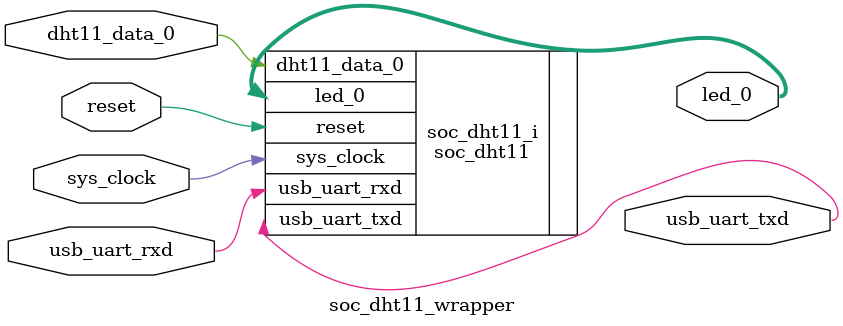
<source format=v>
`timescale 1 ps / 1 ps

module soc_dht11_wrapper
   (dht11_data_0,
    led_0,
    reset,
    sys_clock,
    usb_uart_rxd,
    usb_uart_txd);
  inout dht11_data_0;
  output [15:0]led_0;
  input reset;
  input sys_clock;
  input usb_uart_rxd;
  output usb_uart_txd;

  wire dht11_data_0;
  wire [15:0]led_0;
  wire reset;
  wire sys_clock;
  wire usb_uart_rxd;
  wire usb_uart_txd;

  soc_dht11 soc_dht11_i
       (.dht11_data_0(dht11_data_0),
        .led_0(led_0),
        .reset(reset),
        .sys_clock(sys_clock),
        .usb_uart_rxd(usb_uart_rxd),
        .usb_uart_txd(usb_uart_txd));
endmodule

</source>
